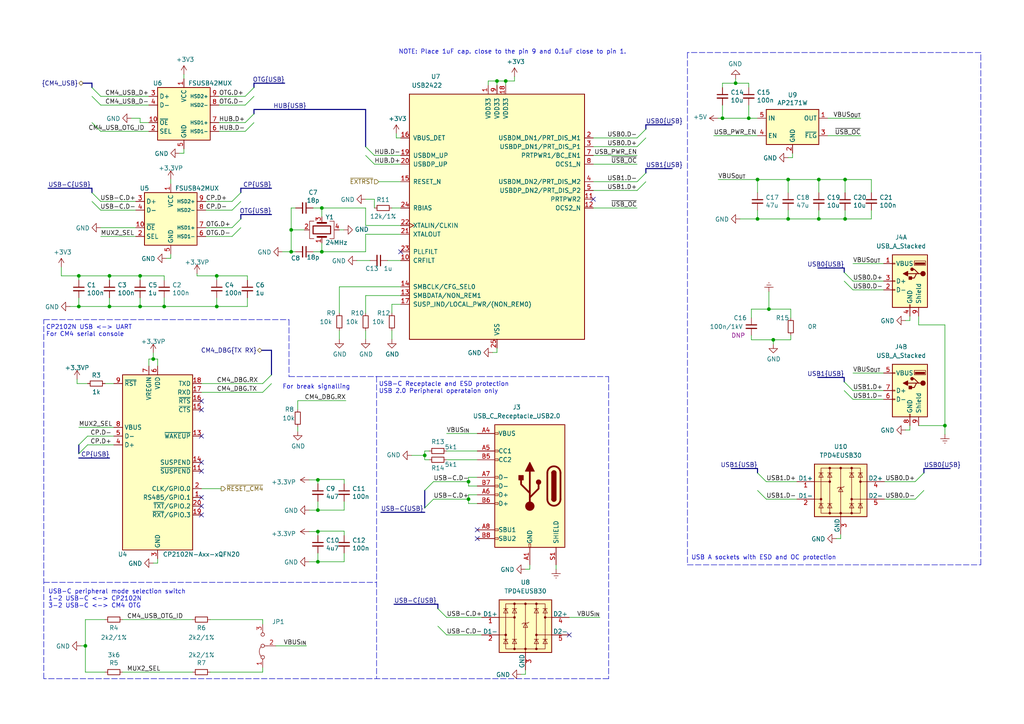
<source format=kicad_sch>
(kicad_sch (version 20210406) (generator eeschema)
  (paper "A4")
  (title_block (title "USB 2.0 host/USB 2.0 device") (date "2021-01-12") (rev "0.1") (company "Nabu Casa") (comment 1 "www.nabucasa.com") (comment 2 "Light Blue"))
  (bus_alias "I2C" (members "SDA" "SCL"))
  (bus_alias "CM4_USB" (members "CM4_USB_D+" "CM4_USB_D-" "CM4_USB_OTG_ID"))
  (bus_alias "USB" (members "D+" "D-"))
  (junction (at 22.86 80.01) (diameter 0.9144))
  (junction (at 22.86 88.9) (diameter 0.9144))
  (junction (at 24.765 187.325) (diameter 0.9144))
  (junction (at 31.75 80.01) (diameter 0.9144))
  (junction (at 31.75 88.9) (diameter 0.9144))
  (junction (at 40.64 80.01) (diameter 0.9144))
  (junction (at 40.64 88.9) (diameter 0.9144))
  (junction (at 44.45 104.14) (diameter 0.9144))
  (junction (at 47.625 88.9) (diameter 0.9144))
  (junction (at 62.865 80.01) (diameter 0.9144))
  (junction (at 62.865 88.9) (diameter 0.9144))
  (junction (at 84.455 66.675) (diameter 0.9144))
  (junction (at 84.455 73.025) (diameter 0.9144))
  (junction (at 92.202 139.192) (diameter 0.9144))
  (junction (at 92.202 147.955) (diameter 0.9144))
  (junction (at 92.202 154.178) (diameter 0.9144))
  (junction (at 92.202 162.941) (diameter 0.9144))
  (junction (at 93.345 60.325) (diameter 0.9144))
  (junction (at 93.345 73.025) (diameter 0.9144))
  (junction (at 123.19 132.08) (diameter 0.9144))
  (junction (at 135.89 139.7) (diameter 0.9144))
  (junction (at 135.89 144.78) (diameter 0.9144))
  (junction (at 144.145 23.495) (diameter 0.9144))
  (junction (at 146.685 23.495) (diameter 0.9144))
  (junction (at 209.55 34.29) (diameter 0.9144))
  (junction (at 213.36 24.13) (diameter 0.9144))
  (junction (at 217.17 34.29) (diameter 0.9144))
  (junction (at 219.71 52.07) (diameter 0.9144))
  (junction (at 219.71 63.5) (diameter 0.9144))
  (junction (at 223.012 89.662) (diameter 0.9144))
  (junction (at 224.282 98.552) (diameter 0.9144))
  (junction (at 228.6 52.07) (diameter 0.9144))
  (junction (at 228.6 63.5) (diameter 0.9144))
  (junction (at 237.49 52.07) (diameter 0.9144))
  (junction (at 237.49 63.5) (diameter 0.9144))
  (junction (at 245.11 52.07) (diameter 0.9144))
  (junction (at 245.11 63.5) (diameter 0.9144))
  (junction (at 274.066 123.444) (diameter 0.9144))
  (no_connect (at 58.42 116.332))
  (no_connect (at 58.42 118.872))
  (no_connect (at 58.42 126.492))
  (no_connect (at 58.42 134.112))
  (no_connect (at 58.42 136.652))
  (no_connect (at 58.42 144.272))
  (no_connect (at 58.42 146.812))
  (no_connect (at 58.42 149.352))
  (no_connect (at 116.205 73.025))
  (no_connect (at 138.43 153.67))
  (no_connect (at 138.43 156.21))
  (no_connect (at 165.1 184.15))
  (no_connect (at 172.085 57.785))
  (bus_entry (at 22.86 129.032) (size 2.54 -2.54) (stroke (width 0.1524)))
  (bus_entry (at 22.86 131.572) (size 2.54 -2.54) (stroke (width 0.1524)))
  (bus_entry (at 26.67 25.4) (size 2.54 2.54) (stroke (width 0.1524)))
  (bus_entry (at 26.67 27.94) (size 2.54 2.54) (stroke (width 0.1524)))
  (bus_entry (at 26.67 35.56) (size 2.54 2.54) (stroke (width 0.1524)))
  (bus_entry (at 26.67 55.88) (size 2.54 2.54) (stroke (width 0.1524)))
  (bus_entry (at 26.67 58.42) (size 2.54 2.54) (stroke (width 0.1524)))
  (bus_entry (at 69.85 55.88) (size -2.54 2.54) (stroke (width 0.1524)))
  (bus_entry (at 69.85 58.42) (size -2.54 2.54) (stroke (width 0.1524)))
  (bus_entry (at 69.85 63.5) (size -2.54 2.54) (stroke (width 0.1524)))
  (bus_entry (at 69.85 66.04) (size -2.54 2.54) (stroke (width 0.1524)))
  (bus_entry (at 73.66 25.4) (size -2.54 2.54) (stroke (width 0.1524)))
  (bus_entry (at 73.66 27.94) (size -2.54 2.54) (stroke (width 0.1524)))
  (bus_entry (at 73.66 33.02) (size -2.54 2.54) (stroke (width 0.1524)))
  (bus_entry (at 73.66 35.56) (size -2.54 2.54) (stroke (width 0.1524)))
  (bus_entry (at 76.2 111.252) (size 2.54 -2.54) (stroke (width 0.1524)))
  (bus_entry (at 76.2 113.792) (size 2.54 -2.54) (stroke (width 0.1524)))
  (bus_entry (at 106.045 42.545) (size 2.54 2.54) (stroke (width 0.1524)))
  (bus_entry (at 106.045 45.085) (size 2.54 2.54) (stroke (width 0.1524)))
  (bus_entry (at 123.19 142.24) (size 2.54 -2.54) (stroke (width 0.1524)))
  (bus_entry (at 123.19 147.32) (size 2.54 -2.54) (stroke (width 0.1524)))
  (bus_entry (at 127 176.53) (size 2.54 2.54) (stroke (width 0.1524)))
  (bus_entry (at 127 181.61) (size 2.54 2.54) (stroke (width 0.1524)))
  (bus_entry (at 184.785 40.005) (size 2.54 -2.54) (stroke (width 0.1524)))
  (bus_entry (at 184.785 42.545) (size 2.54 -2.54) (stroke (width 0.1524)))
  (bus_entry (at 184.785 52.705) (size 2.54 -2.54) (stroke (width 0.1524)))
  (bus_entry (at 184.785 55.245) (size 2.54 -2.54) (stroke (width 0.1524)))
  (bus_entry (at 222.25 139.7) (size -2.54 -2.54) (stroke (width 0.1524)))
  (bus_entry (at 222.25 144.78) (size -2.54 -2.54) (stroke (width 0.1524)))
  (bus_entry (at 247.396 81.534) (size -2.54 -2.54) (stroke (width 0.1524)))
  (bus_entry (at 247.396 84.074) (size -2.54 -2.54) (stroke (width 0.1524)))
  (bus_entry (at 247.396 113.284) (size -2.54 -2.54) (stroke (width 0.1524)))
  (bus_entry (at 247.396 115.824) (size -2.54 -2.54) (stroke (width 0.1524)))
  (bus_entry (at 265.43 139.7) (size 2.54 -2.54) (stroke (width 0.1524)))
  (bus_entry (at 265.43 144.78) (size 2.54 -2.54) (stroke (width 0.1524)))
  (wire (pts (xy 17.78 80.01) (xy 17.78 77.47)))
  (wire (pts (xy 17.78 80.01) (xy 22.86 80.01)))
  (wire (pts (xy 20.32 88.9) (xy 22.86 88.9)))
  (wire (pts (xy 22.352 111.252) (xy 22.352 109.982)))
  (wire (pts (xy 22.86 80.01) (xy 22.86 81.28)))
  (wire (pts (xy 22.86 80.01) (xy 31.75 80.01)))
  (wire (pts (xy 22.86 86.36) (xy 22.86 88.9)))
  (wire (pts (xy 22.86 88.9) (xy 31.75 88.9)))
  (wire (pts (xy 22.86 123.952) (xy 33.02 123.952)))
  (wire (pts (xy 23.495 187.325) (xy 24.765 187.325)))
  (wire (pts (xy 24.765 179.705) (xy 30.48 179.705)))
  (wire (pts (xy 24.765 187.325) (xy 24.765 179.705)))
  (wire (pts (xy 24.765 194.945) (xy 24.765 187.325)))
  (wire (pts (xy 25.4 111.252) (xy 22.352 111.252)))
  (wire (pts (xy 29.21 27.94) (xy 43.18 27.94)))
  (wire (pts (xy 29.21 30.48) (xy 43.18 30.48)))
  (wire (pts (xy 29.21 38.1) (xy 43.18 38.1)))
  (wire (pts (xy 29.21 66.04) (xy 39.37 66.04)))
  (wire (pts (xy 29.21 68.58) (xy 39.37 68.58)))
  (wire (pts (xy 30.48 111.252) (xy 33.02 111.252)))
  (wire (pts (xy 30.48 194.945) (xy 24.765 194.945)))
  (wire (pts (xy 31.75 80.01) (xy 31.75 81.28)))
  (wire (pts (xy 31.75 86.36) (xy 31.75 88.9)))
  (wire (pts (xy 31.75 88.9) (xy 40.64 88.9)))
  (wire (pts (xy 33.02 126.492) (xy 25.4 126.492)))
  (wire (pts (xy 33.02 129.032) (xy 25.4 129.032)))
  (wire (pts (xy 35.56 179.705) (xy 55.88 179.705)))
  (wire (pts (xy 35.56 194.945) (xy 55.88 194.945)))
  (wire (pts (xy 39.37 58.42) (xy 29.21 58.42)))
  (wire (pts (xy 39.37 60.96) (xy 29.21 60.96)))
  (wire (pts (xy 40.64 34.29) (xy 38.1 34.29)))
  (wire (pts (xy 40.64 35.56) (xy 40.64 34.29)))
  (wire (pts (xy 40.64 80.01) (xy 31.75 80.01)))
  (wire (pts (xy 40.64 80.01) (xy 40.64 81.28)))
  (wire (pts (xy 40.64 86.36) (xy 40.64 88.9)))
  (wire (pts (xy 40.64 88.9) (xy 47.625 88.9)))
  (wire (pts (xy 43.18 35.56) (xy 40.64 35.56)))
  (wire (pts (xy 43.18 104.14) (xy 44.45 104.14)))
  (wire (pts (xy 43.18 106.172) (xy 43.18 104.14)))
  (wire (pts (xy 44.45 102.362) (xy 44.45 104.14)))
  (wire (pts (xy 44.45 163.322) (xy 45.72 163.322)))
  (wire (pts (xy 45.72 104.14) (xy 44.45 104.14)))
  (wire (pts (xy 45.72 106.172) (xy 45.72 104.14)))
  (wire (pts (xy 45.72 163.322) (xy 45.72 162.052)))
  (wire (pts (xy 47.625 80.01) (xy 40.64 80.01)))
  (wire (pts (xy 47.625 81.28) (xy 47.625 80.01)))
  (wire (pts (xy 47.625 86.36) (xy 47.625 88.9)))
  (wire (pts (xy 47.625 88.9) (xy 62.865 88.9)))
  (wire (pts (xy 48.26 74.93) (xy 49.53 74.93)))
  (wire (pts (xy 49.53 52.07) (xy 49.53 53.34)))
  (wire (pts (xy 49.53 74.93) (xy 49.53 73.66)))
  (wire (pts (xy 52.07 44.45) (xy 53.34 44.45)))
  (wire (pts (xy 53.34 21.59) (xy 53.34 22.86)))
  (wire (pts (xy 53.34 44.45) (xy 53.34 43.18)))
  (wire (pts (xy 57.15 79.375) (xy 57.15 80.01)))
  (wire (pts (xy 57.15 80.01) (xy 62.865 80.01)))
  (wire (pts (xy 58.42 111.252) (xy 76.2 111.252)))
  (wire (pts (xy 58.42 113.792) (xy 76.2 113.792)))
  (wire (pts (xy 58.42 141.732) (xy 64.135 141.732)))
  (wire (pts (xy 59.69 58.42) (xy 67.31 58.42)))
  (wire (pts (xy 59.69 60.96) (xy 67.31 60.96)))
  (wire (pts (xy 59.69 66.04) (xy 67.31 66.04)))
  (wire (pts (xy 59.69 68.58) (xy 67.31 68.58)))
  (wire (pts (xy 60.96 194.945) (xy 76.2 194.945)))
  (wire (pts (xy 62.865 80.01) (xy 62.865 81.28)))
  (wire (pts (xy 62.865 80.01) (xy 71.755 80.01)))
  (wire (pts (xy 62.865 86.36) (xy 62.865 88.9)))
  (wire (pts (xy 62.865 88.9) (xy 71.755 88.9)))
  (wire (pts (xy 63.5 27.94) (xy 71.12 27.94)))
  (wire (pts (xy 63.5 30.48) (xy 71.12 30.48)))
  (wire (pts (xy 63.5 35.56) (xy 71.12 35.56)))
  (wire (pts (xy 63.5 38.1) (xy 71.12 38.1)))
  (wire (pts (xy 71.755 80.01) (xy 71.755 81.28)))
  (wire (pts (xy 71.755 88.9) (xy 71.755 86.36)))
  (wire (pts (xy 76.2 179.705) (xy 60.96 179.705)))
  (wire (pts (xy 76.2 180.975) (xy 76.2 179.705)))
  (wire (pts (xy 76.2 194.945) (xy 76.2 193.675)))
  (wire (pts (xy 81.915 73.025) (xy 84.455 73.025)))
  (wire (pts (xy 84.455 60.325) (xy 84.455 66.675)))
  (wire (pts (xy 84.455 66.675) (xy 84.455 73.025)))
  (wire (pts (xy 84.455 66.675) (xy 88.265 66.675)))
  (wire (pts (xy 84.455 73.025) (xy 85.725 73.025)))
  (wire (pts (xy 85.725 60.325) (xy 84.455 60.325)))
  (wire (pts (xy 86.36 116.205) (xy 86.36 118.745)))
  (wire (pts (xy 86.36 116.205) (xy 100.33 116.205)))
  (wire (pts (xy 86.36 123.825) (xy 86.36 125.095)))
  (wire (pts (xy 88.9 187.325) (xy 80.01 187.325)))
  (wire (pts (xy 89.662 139.192) (xy 92.202 139.192)))
  (wire (pts (xy 89.662 147.955) (xy 92.202 147.955)))
  (wire (pts (xy 89.662 154.178) (xy 92.202 154.178)))
  (wire (pts (xy 89.662 162.941) (xy 92.202 162.941)))
  (wire (pts (xy 90.805 60.325) (xy 93.345 60.325)))
  (wire (pts (xy 90.805 73.025) (xy 93.345 73.025)))
  (wire (pts (xy 92.202 139.065) (xy 92.202 139.192)))
  (wire (pts (xy 92.202 139.192) (xy 92.202 140.335)))
  (wire (pts (xy 92.202 145.415) (xy 92.202 147.955)))
  (wire (pts (xy 92.202 147.955) (xy 99.822 147.955)))
  (wire (pts (xy 92.202 154.051) (xy 92.202 154.178)))
  (wire (pts (xy 92.202 154.178) (xy 92.202 155.321)))
  (wire (pts (xy 92.202 160.401) (xy 92.202 162.941)))
  (wire (pts (xy 92.202 162.941) (xy 99.822 162.941)))
  (wire (pts (xy 93.345 60.325) (xy 93.345 62.865)))
  (wire (pts (xy 93.345 60.325) (xy 106.045 60.325)))
  (wire (pts (xy 93.345 70.485) (xy 93.345 73.025)))
  (wire (pts (xy 93.345 73.025) (xy 106.045 73.025)))
  (wire (pts (xy 98.425 66.675) (xy 99.695 66.675)))
  (wire (pts (xy 98.425 83.185) (xy 98.425 90.805)))
  (wire (pts (xy 98.425 95.885) (xy 98.425 98.425)))
  (wire (pts (xy 99.822 139.065) (xy 92.202 139.065)))
  (wire (pts (xy 99.822 140.335) (xy 99.822 139.065)))
  (wire (pts (xy 99.822 145.415) (xy 99.822 147.955)))
  (wire (pts (xy 99.822 154.051) (xy 92.202 154.051)))
  (wire (pts (xy 99.822 155.321) (xy 99.822 154.051)))
  (wire (pts (xy 99.822 160.401) (xy 99.822 162.941)))
  (wire (pts (xy 103.505 75.565) (xy 107.315 75.565)))
  (wire (pts (xy 106.045 65.405) (xy 106.045 60.325)))
  (wire (pts (xy 106.045 67.945) (xy 106.045 73.025)))
  (wire (pts (xy 106.045 85.725) (xy 106.045 90.805)))
  (wire (pts (xy 106.045 85.725) (xy 116.205 85.725)))
  (wire (pts (xy 106.045 95.885) (xy 106.045 98.425)))
  (wire (pts (xy 108.585 45.085) (xy 116.205 45.085)))
  (wire (pts (xy 108.585 47.625) (xy 116.205 47.625)))
  (wire (pts (xy 108.585 57.785) (xy 106.045 57.785)))
  (wire (pts (xy 108.585 60.325) (xy 108.585 57.785)))
  (wire (pts (xy 109.855 52.705) (xy 116.205 52.705)))
  (wire (pts (xy 112.395 75.565) (xy 116.205 75.565)))
  (wire (pts (xy 113.665 60.325) (xy 116.205 60.325)))
  (wire (pts (xy 113.665 88.265) (xy 113.665 90.805)))
  (wire (pts (xy 113.665 95.885) (xy 113.665 98.425)))
  (wire (pts (xy 114.935 38.735) (xy 114.935 40.005)))
  (wire (pts (xy 116.205 40.005) (xy 114.935 40.005)))
  (wire (pts (xy 116.205 65.405) (xy 106.045 65.405)))
  (wire (pts (xy 116.205 67.945) (xy 106.045 67.945)))
  (wire (pts (xy 116.205 83.185) (xy 98.425 83.185)))
  (wire (pts (xy 116.205 88.265) (xy 113.665 88.265)))
  (wire (pts (xy 119.38 132.08) (xy 123.19 132.08)))
  (wire (pts (xy 123.19 130.81) (xy 123.19 132.08)))
  (wire (pts (xy 123.19 132.08) (xy 123.19 133.35)))
  (wire (pts (xy 123.19 133.35) (xy 124.46 133.35)))
  (wire (pts (xy 124.46 130.81) (xy 123.19 130.81)))
  (wire (pts (xy 125.73 139.7) (xy 135.89 139.7)))
  (wire (pts (xy 125.73 144.78) (xy 135.89 144.78)))
  (wire (pts (xy 129.54 125.73) (xy 138.43 125.73)))
  (wire (pts (xy 129.54 130.81) (xy 138.43 130.81)))
  (wire (pts (xy 129.54 133.35) (xy 138.43 133.35)))
  (wire (pts (xy 129.54 179.07) (xy 139.7 179.07)))
  (wire (pts (xy 129.54 184.15) (xy 139.7 184.15)))
  (wire (pts (xy 135.89 139.7) (xy 135.89 138.43)))
  (wire (pts (xy 135.89 140.97) (xy 135.89 139.7)))
  (wire (pts (xy 135.89 140.97) (xy 138.43 140.97)))
  (wire (pts (xy 135.89 144.78) (xy 135.89 143.51)))
  (wire (pts (xy 135.89 146.05) (xy 135.89 144.78)))
  (wire (pts (xy 135.89 146.05) (xy 138.43 146.05)))
  (wire (pts (xy 138.43 138.43) (xy 135.89 138.43)))
  (wire (pts (xy 138.43 143.51) (xy 135.89 143.51)))
  (wire (pts (xy 141.605 23.495) (xy 144.145 23.495)))
  (wire (pts (xy 141.605 24.765) (xy 141.605 23.495)))
  (wire (pts (xy 142.875 102.235) (xy 144.145 102.235)))
  (wire (pts (xy 144.145 23.495) (xy 144.145 24.765)))
  (wire (pts (xy 144.145 23.495) (xy 146.685 23.495)))
  (wire (pts (xy 144.145 102.235) (xy 144.145 100.965)))
  (wire (pts (xy 146.685 23.495) (xy 146.685 24.765)))
  (wire (pts (xy 146.685 23.495) (xy 149.225 23.495)))
  (wire (pts (xy 149.225 22.225) (xy 149.225 23.495)))
  (wire (pts (xy 151.13 195.58) (xy 152.4 195.58)))
  (wire (pts (xy 152.4 165.1) (xy 153.67 165.1)))
  (wire (pts (xy 152.4 195.58) (xy 152.4 194.31)))
  (wire (pts (xy 153.67 165.1) (xy 153.67 163.83)))
  (wire (pts (xy 161.29 163.83) (xy 161.29 165.1)))
  (wire (pts (xy 172.085 40.005) (xy 184.785 40.005)))
  (wire (pts (xy 172.085 42.545) (xy 184.785 42.545)))
  (wire (pts (xy 172.085 45.085) (xy 184.785 45.085)))
  (wire (pts (xy 172.085 47.625) (xy 184.785 47.625)))
  (wire (pts (xy 172.085 52.705) (xy 184.785 52.705)))
  (wire (pts (xy 172.085 55.245) (xy 184.785 55.245)))
  (wire (pts (xy 172.085 60.325) (xy 184.785 60.325)))
  (wire (pts (xy 173.99 179.07) (xy 165.1 179.07)))
  (wire (pts (xy 208.28 34.29) (xy 209.55 34.29)))
  (wire (pts (xy 208.28 52.07) (xy 219.71 52.07)))
  (wire (pts (xy 209.55 24.13) (xy 209.55 25.4)))
  (wire (pts (xy 209.55 30.48) (xy 209.55 34.29)))
  (wire (pts (xy 209.55 34.29) (xy 217.17 34.29)))
  (wire (pts (xy 213.36 22.86) (xy 213.36 24.13)))
  (wire (pts (xy 213.36 24.13) (xy 209.55 24.13)))
  (wire (pts (xy 214.63 63.5) (xy 219.71 63.5)))
  (wire (pts (xy 217.17 24.13) (xy 213.36 24.13)))
  (wire (pts (xy 217.17 25.4) (xy 217.17 24.13)))
  (wire (pts (xy 217.17 30.48) (xy 217.17 34.29)))
  (wire (pts (xy 217.17 34.29) (xy 219.71 34.29)))
  (wire (pts (xy 217.932 89.662) (xy 217.932 92.202)))
  (wire (pts (xy 217.932 97.282) (xy 217.932 98.552)))
  (wire (pts (xy 217.932 98.552) (xy 224.282 98.552)))
  (wire (pts (xy 219.71 39.37) (xy 207.01 39.37)))
  (wire (pts (xy 219.71 52.07) (xy 219.71 55.88)))
  (wire (pts (xy 219.71 52.07) (xy 228.6 52.07)))
  (wire (pts (xy 219.71 60.96) (xy 219.71 63.5)))
  (wire (pts (xy 219.71 63.5) (xy 228.6 63.5)))
  (wire (pts (xy 222.25 139.7) (xy 231.14 139.7)))
  (wire (pts (xy 222.25 144.78) (xy 231.14 144.78)))
  (wire (pts (xy 223.012 84.582) (xy 223.012 89.662)))
  (wire (pts (xy 223.012 89.662) (xy 217.932 89.662)))
  (wire (pts (xy 224.282 98.552) (xy 224.282 99.822)))
  (wire (pts (xy 224.282 98.552) (xy 229.362 98.552)))
  (wire (pts (xy 228.6 45.72) (xy 229.87 45.72)))
  (wire (pts (xy 228.6 52.07) (xy 228.6 55.88)))
  (wire (pts (xy 228.6 52.07) (xy 237.49 52.07)))
  (wire (pts (xy 228.6 60.96) (xy 228.6 63.5)))
  (wire (pts (xy 228.6 63.5) (xy 237.49 63.5)))
  (wire (pts (xy 229.362 89.662) (xy 223.012 89.662)))
  (wire (pts (xy 229.362 92.202) (xy 229.362 89.662)))
  (wire (pts (xy 229.362 98.552) (xy 229.362 97.282)))
  (wire (pts (xy 229.87 45.72) (xy 229.87 44.45)))
  (wire (pts (xy 237.49 52.07) (xy 237.49 55.88)))
  (wire (pts (xy 237.49 52.07) (xy 245.11 52.07)))
  (wire (pts (xy 237.49 60.96) (xy 237.49 63.5)))
  (wire (pts (xy 237.49 63.5) (xy 245.11 63.5)))
  (wire (pts (xy 240.03 34.29) (xy 249.682 34.29)))
  (wire (pts (xy 240.03 39.37) (xy 249.682 39.37)))
  (wire (pts (xy 242.57 156.21) (xy 243.84 156.21)))
  (wire (pts (xy 243.84 156.21) (xy 243.84 154.94)))
  (wire (pts (xy 245.11 52.07) (xy 245.11 55.88)))
  (wire (pts (xy 245.11 60.96) (xy 245.11 63.5)))
  (wire (pts (xy 245.11 63.5) (xy 252.73 63.5)))
  (wire (pts (xy 247.396 76.454) (xy 256.286 76.454)))
  (wire (pts (xy 247.396 81.534) (xy 256.286 81.534)))
  (wire (pts (xy 247.396 84.074) (xy 256.286 84.074)))
  (wire (pts (xy 247.396 108.204) (xy 256.286 108.204)))
  (wire (pts (xy 247.396 113.284) (xy 256.286 113.284)))
  (wire (pts (xy 247.396 115.824) (xy 256.286 115.824)))
  (wire (pts (xy 252.73 52.07) (xy 245.11 52.07)))
  (wire (pts (xy 252.73 55.88) (xy 252.73 52.07)))
  (wire (pts (xy 252.73 63.5) (xy 252.73 60.96)))
  (wire (pts (xy 262.636 92.964) (xy 263.906 92.964)))
  (wire (pts (xy 262.636 124.714) (xy 263.906 124.714)))
  (wire (pts (xy 263.906 92.964) (xy 263.906 91.694)))
  (wire (pts (xy 263.906 124.714) (xy 263.906 123.444)))
  (wire (pts (xy 265.43 139.7) (xy 256.54 139.7)))
  (wire (pts (xy 265.43 144.78) (xy 256.54 144.78)))
  (wire (pts (xy 266.446 91.694) (xy 266.446 94.234)))
  (wire (pts (xy 266.446 94.234) (xy 274.066 94.234)))
  (wire (pts (xy 266.446 123.444) (xy 274.066 123.444)))
  (wire (pts (xy 274.066 94.234) (xy 274.066 123.444)))
  (wire (pts (xy 274.066 123.444) (xy 274.066 125.984)))
  (bus (pts (xy 22.86 129.032) (xy 22.86 132.842)))
  (bus (pts (xy 22.86 132.842) (xy 31.75 132.842)))
  (bus (pts (xy 24.13 24.13) (xy 26.67 24.13)))
  (bus (pts (xy 26.67 24.13) (xy 26.67 35.56)))
  (bus (pts (xy 26.67 54.61) (xy 13.97 54.61)))
  (bus (pts (xy 26.67 54.61) (xy 26.67 58.42)))
  (bus (pts (xy 69.85 54.61) (xy 69.85 58.42)))
  (bus (pts (xy 69.85 54.61) (xy 78.74 54.61)))
  (bus (pts (xy 69.85 62.23) (xy 69.85 66.04)))
  (bus (pts (xy 69.85 62.23) (xy 78.74 62.23)))
  (bus (pts (xy 73.66 24.13) (xy 73.66 27.94)))
  (bus (pts (xy 73.66 24.13) (xy 82.55 24.13)))
  (bus (pts (xy 73.66 31.75) (xy 73.66 35.56)))
  (bus (pts (xy 73.66 31.75) (xy 106.045 31.75)))
  (bus (pts (xy 75.946 101.6) (xy 78.74 101.6)))
  (bus (pts (xy 78.74 101.6) (xy 78.74 111.252)))
  (bus (pts (xy 106.045 31.75) (xy 106.045 45.085)))
  (bus (pts (xy 123.19 142.24) (xy 123.19 148.59)))
  (bus (pts (xy 123.19 148.59) (xy 110.49 148.59)))
  (bus (pts (xy 127 175.26) (xy 114.3 175.26)))
  (bus (pts (xy 127 175.26) (xy 127 181.61)))
  (bus (pts (xy 187.325 36.195) (xy 187.325 40.005)))
  (bus (pts (xy 187.325 36.195) (xy 194.945 36.195)))
  (bus (pts (xy 187.325 48.895) (xy 187.325 52.705)))
  (bus (pts (xy 187.325 48.895) (xy 194.945 48.895)))
  (bus (pts (xy 219.71 135.89) (xy 212.09 135.89)))
  (bus (pts (xy 219.71 135.89) (xy 219.71 142.24)))
  (bus (pts (xy 244.856 77.724) (xy 237.236 77.724)))
  (bus (pts (xy 244.856 77.724) (xy 244.856 81.534)))
  (bus (pts (xy 244.856 109.474) (xy 237.236 109.474)))
  (bus (pts (xy 244.856 109.474) (xy 244.856 113.284)))
  (bus (pts (xy 267.97 135.89) (xy 267.97 142.24)))
  (bus (pts (xy 267.97 135.89) (xy 275.59 135.89)))
  (polyline (pts (xy 12.7 92.71) (xy 83.82 92.71)) (stroke (width 0) (type dash)))
  (polyline (pts (xy 12.7 168.91) (xy 109.22 168.91)) (stroke (width 0) (type dash)))
  (polyline (pts (xy 12.7 196.85) (xy 12.7 92.71)) (stroke (width 0) (type dash)))
  (polyline (pts (xy 83.82 92.71) (xy 83.82 109.22)) (stroke (width 0) (type dash)))
  (polyline (pts (xy 83.82 109.22) (xy 109.22 109.22)) (stroke (width 0) (type dash)))
  (polyline (pts (xy 88.9 196.85) (xy 12.7 196.85)) (stroke (width 0) (type dash)))
  (polyline (pts (xy 109.22 109.22) (xy 109.22 196.85)) (stroke (width 0) (type dash)))
  (polyline (pts (xy 109.22 109.22) (xy 176.53 109.22)) (stroke (width 0) (type dash)))
  (polyline (pts (xy 176.53 109.22) (xy 176.53 196.85)) (stroke (width 0) (type dash)))
  (polyline (pts (xy 176.53 196.85) (xy 88.9 196.85)) (stroke (width 0) (type dash)))
  (polyline (pts (xy 199.39 15.24) (xy 199.39 163.83)) (stroke (width 0) (type dash)))
  (polyline (pts (xy 199.39 163.83) (xy 284.48 163.83)) (stroke (width 0) (type dash)))
  (polyline (pts (xy 284.48 15.24) (xy 199.39 15.24)) (stroke (width 0) (type dash)))
  (polyline (pts (xy 284.48 163.83) (xy 284.48 15.24)) (stroke (width 0) (type dash)))
  (text "CP2102N USB <-> UART\nFor CM4 serial console" (at 13.335 97.79 0) (effects (font (size 1.27 1.27)) (justify left bottom)))
  (text "USB-C peripheral mode selection switch\n1-2 USB-C <-> CP2102N\n3-2 USB-C <-> CM4 OTG" (at 13.97 176.53 0) (effects (font (size 1.27 1.27)) (justify left bottom)))
  (text "For break signalling" (at 81.915 113.03 0) (effects (font (size 1.27 1.27)) (justify left bottom)))
  (text "USB-C Receptacle and ESD protection\nUSB 2.0 Peripheral operataion only" (at 109.855 114.3 0) (effects (font (size 1.27 1.27)) (justify left bottom)))
  (text "NOTE: Place 1uF cap. close to the pin 9 and 0.1uF close to pin 1." (at 115.57 15.875 0) (effects (font (size 1.27 1.27)) (justify left bottom)))
  (text "USB A sockets with ESD and OC protection" (at 242.57 162.56 180) (effects (font (size 1.27 1.27)) (justify right bottom)))
  (label "USB-C{USB}" (at 13.97 54.61 0))
  (label "MUX2_SEL" (at 22.86 123.952 0))
  (label "MUX2_SEL" (at 29.21 68.58 0))
  (label "CM4_USB_D+" (at 30.48 27.94 0))
  (label "CM4_USB_D-" (at 30.48 30.48 0))
  (label "CP{USB}" (at 31.75 132.842 180))
  (label "CP.D-" (at 32.385 126.492 180))
  (label "CP.D+" (at 32.385 129.032 180))
  (label "CM4_USB_OTG_ID" (at 36.83 179.705 0))
  (label "MUX2_SEL" (at 36.83 194.945 0))
  (label "USB-C.D+" (at 39.37 58.42 180))
  (label "USB-C.D-" (at 39.37 60.96 180))
  (label "CM4_USB_OTG_ID" (at 41.91 38.1 180))
  (label "CP.D+" (at 59.69 58.42 0))
  (label "CP.D-" (at 59.69 60.96 0))
  (label "OTG.D+" (at 59.69 66.04 0))
  (label "OTG.D-" (at 59.69 68.58 0))
  (label "CM4_DBG.RX" (at 62.865 111.252 0))
  (label "CM4_DBG.TX" (at 62.865 113.792 0))
  (label "OTG.D+" (at 63.5 27.94 0))
  (label "OTG.D-" (at 63.5 30.48 0))
  (label "HUB.D+" (at 63.5 35.56 0))
  (label "HUB.D-" (at 63.5 38.1 0))
  (label "CP{USB}" (at 78.74 54.61 180))
  (label "OTG{USB}" (at 78.74 62.23 180))
  (label "OTG{USB}" (at 82.55 24.13 180))
  (label "HUB{USB}" (at 88.9 31.75 180))
  (label "VBUS_{IN}" (at 88.9 187.325 180))
  (label "CM4_DBG.RX" (at 100.33 116.205 180))
  (label "HUB.D-" (at 108.585 45.085 0))
  (label "HUB.D+" (at 108.585 47.625 0))
  (label "USB-C{USB}" (at 110.49 148.59 0))
  (label "USB-C{USB}" (at 114.3 175.26 0))
  (label "USB-C.D-" (at 125.73 139.7 0))
  (label "USB-C.D+" (at 125.73 144.78 0))
  (label "VBUS_{IN}" (at 129.54 125.73 0))
  (label "USB-C.D+" (at 129.54 179.07 0))
  (label "USB-C.D-" (at 129.54 184.15 0))
  (label "VBUS_{IN}" (at 173.99 179.07 180))
  (label "USB0.D-" (at 184.785 40.005 180))
  (label "USB0.D+" (at 184.785 42.545 180))
  (label "USB_PWR_EN" (at 184.785 45.085 180))
  (label "~USB_OC" (at 184.785 47.625 180))
  (label "USB1.D-" (at 184.785 52.705 180))
  (label "USB1.D+" (at 184.785 55.245 180))
  (label "~USB_OC" (at 184.785 60.325 180))
  (label "USB0{USB}" (at 187.325 36.195 0))
  (label "USB1{USB}" (at 187.325 48.895 0))
  (label "USB_PWR_EN" (at 207.01 39.37 0))
  (label "VBUS_{OUT}" (at 208.28 52.07 0))
  (label "USB1{USB}" (at 219.71 135.89 180))
  (label "USB1.D+" (at 222.25 139.7 0))
  (label "USB1.D-" (at 222.25 144.78 0))
  (label "USB0{USB}" (at 244.856 77.724 180))
  (label "USB1{USB}" (at 244.856 109.474 180))
  (label "VBUS_{OUT}" (at 247.396 76.454 0))
  (label "USB0.D+" (at 247.396 81.534 0))
  (label "USB0.D-" (at 247.396 84.074 0))
  (label "VBUS_{OUT}" (at 247.396 108.204 0))
  (label "USB1.D+" (at 247.396 113.284 0))
  (label "USB1.D-" (at 247.396 115.824 0))
  (label "VBUS_{OUT}" (at 249.682 34.29 180))
  (label "~USB_OC" (at 249.682 39.37 180))
  (label "USB0.D+" (at 265.43 139.7 180))
  (label "USB0.D-" (at 265.43 144.78 180))
  (label "USB0{USB}" (at 267.97 135.89 0))
  (hierarchical_label "{CM4_USB}" (shape bidirectional) (at 24.13 24.13 180))
  (hierarchical_label "~RESET_CM4" (shape output) (at 64.135 141.732 0))
  (hierarchical_label "CM4_DBG{TX RX}" (shape bidirectional) (at 75.946 101.6 180))
  (hierarchical_label "~EXTRST" (shape input) (at 109.855 52.705 180))
  (symbol (lib_id "power:+3V3") (at 17.78 77.47 0) (unit 1)
    (property "Reference" "#PWR018" (effects hide))
    (property "Value" "+3V3" (at 18.1483 73.1456 0))
  )
  (symbol (lib_id "power:+3.3VP") (at 22.352 109.982 0) (unit 1)
    (property "Reference" "#PWR0190" (effects hide))
    (property "Value" "+3.3VP" (at 22.352 106.68 0))
  )
  (symbol (lib_id "power:+3.3VP") (at 44.45 102.362 0) (unit 1)
    (property "Reference" "#PWR0193" (effects hide))
    (property "Value" "+3.3VP" (at 44.45 99.06 0))
  )
  (symbol (lib_id "power:+3.3VP") (at 49.53 52.07 0) (unit 1)
    (property "Reference" "#PWR0194" (effects hide))
    (property "Value" "+3.3VP" (at 49.53 48.768 0))
  )
  (symbol (lib_id "power:+3V3") (at 53.34 21.59 0) (unit 1)
    (property "Reference" "#PWR025" (effects hide))
    (property "Value" "+3V3" (at 53.7083 17.2656 0))
  )
  (symbol (lib_id "power:+3.3VP") (at 57.15 79.375 0) (unit 1)
    (property "Reference" "#PWR0195" (effects hide))
    (property "Value" "+3.3VP" (at 57.15 76.073 0))
  )
  (symbol (lib_id "power:+3.3VP") (at 89.662 139.192 90) (unit 1)
    (property "Reference" "#PWR0191" (effects hide))
    (property "Value" "+3.3VP" (at 85.852 139.8269 90) (effects (justify left)))
  )
  (symbol (lib_id "power:+3.3VP") (at 89.662 154.178 90) (unit 1)
    (property "Reference" "#PWR0192" (effects hide))
    (property "Value" "+3.3VP" (at 85.852 154.8129 90) (effects (justify left)))
  )
  (symbol (lib_id "power:+3V3") (at 114.935 38.735 0) (unit 1)
    (property "Reference" "#PWR038" (effects hide))
    (property "Value" "+3V3" (at 115.3033 34.4106 0))
  )
  (symbol (lib_id "power:+3V3") (at 149.225 22.225 0) (unit 1)
    (property "Reference" "#PWR041" (effects hide))
    (property "Value" "+3V3" (at 149.5933 17.9006 0))
  )
  (symbol (lib_id "power:+5V") (at 208.28 34.29 90) (unit 1)
    (property "Reference" "#PWR045" (effects hide))
    (property "Value" "+5V" (at 205.105 33.9217 90) (effects (justify left)))
  )
  (symbol (lib_id "power:GND") (at 20.32 88.9 270) (unit 1)
    (property "Reference" "#PWR019" (effects hide))
    (property "Value" "GND" (at 17.145 89.0143 90) (effects (justify right)))
  )
  (symbol (lib_id "power:GND") (at 23.495 187.325 270) (unit 1)
    (property "Reference" "#PWR020" (effects hide))
    (property "Value" "GND" (at 20.32 187.4393 90) (effects (justify right)))
  )
  (symbol (lib_id "power:GND") (at 29.21 66.04 270) (unit 1)
    (property "Reference" "#PWR021" (effects hide))
    (property "Value" "GND" (at 26.035 66.1543 90) (effects (justify right)))
  )
  (symbol (lib_id "power:GND") (at 38.1 34.29 270) (unit 1)
    (property "Reference" "#PWR022" (effects hide))
    (property "Value" "GND" (at 34.925 34.4043 90) (effects (justify right)))
  )
  (symbol (lib_id "power:GND") (at 44.45 163.322 270) (unit 1)
    (property "Reference" "#PWR023" (effects hide))
    (property "Value" "GND" (at 41.275 163.4363 90) (effects (justify right)))
  )
  (symbol (lib_id "power:GND") (at 48.26 74.93 270) (unit 1)
    (property "Reference" "#PWR024" (effects hide))
    (property "Value" "GND" (at 45.085 75.0443 90) (effects (justify right)))
  )
  (symbol (lib_id "power:GND") (at 52.07 44.45 270) (unit 1)
    (property "Reference" "#PWR026" (effects hide))
    (property "Value" "GND" (at 48.895 44.5643 90) (effects (justify right)))
  )
  (symbol (lib_id "power:GND") (at 81.915 73.025 270) (unit 1)
    (property "Reference" "#PWR028" (effects hide))
    (property "Value" "GND" (at 78.74 73.1393 90) (effects (justify right)))
  )
  (symbol (lib_id "power:GND") (at 86.36 125.095 0) (unit 1)
    (property "Reference" "#PWR029" (effects hide))
    (property "Value" "GND" (at 86.4743 129.4194 0))
  )
  (symbol (lib_id "power:GND") (at 89.662 147.955 270) (unit 1)
    (property "Reference" "#PWR030" (effects hide))
    (property "Value" "GND" (at 86.487 148.0693 90) (effects (justify right)))
  )
  (symbol (lib_id "power:GND") (at 89.662 162.941 270) (unit 1)
    (property "Reference" "#PWR031" (effects hide))
    (property "Value" "GND" (at 86.487 163.0553 90) (effects (justify right)))
  )
  (symbol (lib_id "power:GND") (at 98.425 98.425 0) (unit 1)
    (property "Reference" "#PWR032" (effects hide))
    (property "Value" "GND" (at 98.5393 102.7494 0))
  )
  (symbol (lib_id "power:GND") (at 99.695 66.675 90) (unit 1)
    (property "Reference" "#PWR033" (effects hide))
    (property "Value" "GND" (at 102.8701 66.5607 90) (effects (justify right)))
  )
  (symbol (lib_id "power:GND") (at 103.505 75.565 270) (unit 1)
    (property "Reference" "#PWR034" (effects hide))
    (property "Value" "GND" (at 100.33 75.6793 90) (effects (justify right)))
  )
  (symbol (lib_id "power:GND") (at 106.045 57.785 270) (unit 1)
    (property "Reference" "#PWR035" (effects hide))
    (property "Value" "GND" (at 102.87 57.8993 90) (effects (justify right)))
  )
  (symbol (lib_id "power:GND") (at 106.045 98.425 0) (unit 1)
    (property "Reference" "#PWR036" (effects hide))
    (property "Value" "GND" (at 106.1593 102.7494 0))
  )
  (symbol (lib_id "power:GND") (at 113.665 98.425 0) (unit 1)
    (property "Reference" "#PWR037" (effects hide))
    (property "Value" "GND" (at 113.7793 102.7494 0))
  )
  (symbol (lib_id "power:GND") (at 119.38 132.08 270) (mirror x) (unit 1)
    (property "Reference" "#PWR039" (effects hide))
    (property "Value" "GND" (at 116.205 131.9657 90) (effects (justify right)))
  )
  (symbol (lib_id "power:GND") (at 142.875 102.235 270) (unit 1)
    (property "Reference" "#PWR040" (effects hide))
    (property "Value" "GND" (at 139.7 102.3493 90) (effects (justify right)))
  )
  (symbol (lib_id "power:GND") (at 151.13 195.58 270) (unit 1)
    (property "Reference" "#PWR042" (effects hide))
    (property "Value" "GND" (at 147.955 195.6943 90) (effects (justify right)))
  )
  (symbol (lib_id "power:GND") (at 152.4 165.1 270) (unit 1)
    (property "Reference" "#PWR043" (effects hide))
    (property "Value" "GND" (at 149.225 165.2143 90) (effects (justify right)))
  )
  (symbol (lib_id "power:Earth") (at 161.29 165.1 0) (unit 1)
    (property "Reference" "#PWR044" (effects hide))
    (property "Value" "Earth" (effects hide))
  )
  (symbol (lib_id "power:GND") (at 213.36 22.86 180) (unit 1)
    (property "Reference" "#PWR046" (effects hide))
    (property "Value" "GND" (at 213.2457 18.5356 0))
  )
  (symbol (lib_id "power:GND") (at 214.63 63.5 270) (unit 1)
    (property "Reference" "#PWR047" (effects hide))
    (property "Value" "GND" (at 211.455 63.6143 90) (effects (justify right)))
  )
  (symbol (lib_id "power:Earth") (at 223.012 84.582 180) (unit 1)
    (property "Reference" "#PWR048" (effects hide))
    (property "Value" "Earth" (effects hide))
  )
  (symbol (lib_id "power:GND") (at 224.282 99.822 0) (unit 1)
    (property "Reference" "#PWR049" (effects hide))
    (property "Value" "GND" (at 224.3963 104.1464 0))
  )
  (symbol (lib_id "power:GND") (at 228.6 45.72 270) (unit 1)
    (property "Reference" "#PWR050" (effects hide))
    (property "Value" "GND" (at 225.425 45.8343 90) (effects (justify right)))
  )
  (symbol (lib_id "power:GND") (at 242.57 156.21 270) (unit 1)
    (property "Reference" "#PWR051" (effects hide))
    (property "Value" "GND" (at 239.395 156.3243 90) (effects (justify right)))
  )
  (symbol (lib_id "power:GND") (at 262.636 92.964 270) (unit 1)
    (property "Reference" "#PWR052" (effects hide))
    (property "Value" "GND" (at 259.461 93.0783 90) (effects (justify right)))
  )
  (symbol (lib_id "power:GND") (at 262.636 124.714 270) (unit 1)
    (property "Reference" "#PWR053" (effects hide))
    (property "Value" "GND" (at 259.461 124.8283 90) (effects (justify right)))
  )
  (symbol (lib_id "power:Earth") (at 274.066 125.984 0) (unit 1)
    (property "Reference" "#PWR054" (effects hide))
    (property "Value" "Earth" (effects hide))
  )
  (symbol (lib_id "Device:R_Small") (at 27.94 111.252 90) (unit 1)
    (property "Reference" "R3" (at 27.94 108.8452 90))
    (property "Value" "1k" (at 27.94 113.684 90))
    (property "Footprint" "Resistor_SMD:R_0402_1005Metric" (effects hide))
  )
  (symbol (lib_id "Device:R_Small") (at 33.02 179.705 270) (unit 1)
    (property "Reference" "R4" (at 33.02 182.1118 90))
    (property "Value" "2k2/1%" (at 33.02 184.893 90))
    (property "Footprint" "Resistor_SMD:R_0402_1005Metric" (effects hide))
  )
  (symbol (lib_id "Device:R_Small") (at 33.02 194.945 270) (unit 1)
    (property "Reference" "R5" (at 33.02 192.2718 90))
    (property "Value" "3k6" (at 33.02 189.973 90))
    (property "Footprint" "Resistor_SMD:R_0402_1005Metric" (effects hide))
  )
  (symbol (lib_id "Device:R_Small") (at 58.42 179.705 270) (unit 1)
    (property "Reference" "R6" (at 58.42 182.1118 90))
    (property "Value" "2k2/1%" (at 58.42 184.893 90))
    (property "Footprint" "Resistor_SMD:R_0402_1005Metric" (effects hide))
  )
  (symbol (lib_id "Device:R_Small") (at 58.42 194.945 270) (unit 1)
    (property "Reference" "R7" (at 58.42 192.2718 90))
    (property "Value" "2k2/1%" (at 58.42 189.973 90))
    (property "Footprint" "Resistor_SMD:R_0402_1005Metric" (effects hide))
  )
  (symbol (lib_id "Device:R_Small") (at 86.36 121.285 180) (unit 1)
    (property "Reference" "R8" (at 83.9532 118.745 0))
    (property "Value" "10k" (at 83.712 121.285 0))
    (property "Footprint" "Resistor_SMD:R_0402_1005Metric" (effects hide))
  )
  (symbol (lib_id "Device:R_Small") (at 98.425 93.345 180) (unit 1)
    (property "Reference" "R9" (at 96.0182 90.805 0))
    (property "Value" "10k" (at 94.507 93.345 0))
    (property "Footprint" "Resistor_SMD:R_0402_1005Metric" (effects hide))
  )
  (symbol (lib_id "Device:R_Small") (at 106.045 93.345 180) (unit 1)
    (property "Reference" "R10" (at 103.6382 90.805 0))
    (property "Value" "10k" (at 102.127 93.345 0))
    (property "Footprint" "Resistor_SMD:R_0402_1005Metric" (effects hide))
  )
  (symbol (lib_id "Device:R_Small") (at 111.125 60.325 90) (unit 1)
    (property "Reference" "R11" (at 111.125 57.9182 90))
    (property "Value" "12k/1%" (at 111.125 62.757 90))
    (property "Footprint" "Resistor_SMD:R_0402_1005Metric" (effects hide))
  )
  (symbol (lib_id "Device:R_Small") (at 113.665 93.345 180) (unit 1)
    (property "Reference" "R12" (at 111.2582 90.805 0))
    (property "Value" "10k" (at 109.747 93.345 0))
    (property "Footprint" "Resistor_SMD:R_0402_1005Metric" (effects hide))
  )
  (symbol (lib_id "Device:R_Small") (at 127 130.81 90) (mirror x) (unit 1)
    (property "Reference" "R13" (at 127 128.1368 90))
    (property "Value" "5k1" (at 130.81 129.648 90))
    (property "Footprint" "Resistor_SMD:R_0402_1005Metric" (effects hide))
  )
  (symbol (lib_id "Device:R_Small") (at 127 133.35 90) (mirror x) (unit 1)
    (property "Reference" "R14" (at 127 135.7568 90))
    (property "Value" "5k1" (at 130.81 134.728 90))
    (property "Footprint" "Resistor_SMD:R_0402_1005Metric" (effects hide))
  )
  (symbol (lib_id "Device:R_Small") (at 229.362 94.742 180) (unit 1)
    (property "Reference" "R15" (at 226.9552 92.202 0))
    (property "Value" "0R" (at 235.604 94.742 0))
    (property "Footprint" "Resistor_SMD:R_1206_3216Metric" (effects hide))
  )
  (symbol (lib_id "Device:C_Small") (at 22.86 83.82 0) (unit 1)
    (property "Reference" "C1" (at 25.1842 82.6706 0) (effects (justify left)))
    (property "Value" "100n" (at 25.184 84.969 0) (effects (justify left)))
    (property "Footprint" "Capacitor_SMD:C_0402_1005Metric" (effects hide))
  )
  (symbol (lib_id "Device:C_Small") (at 31.75 83.82 0) (unit 1)
    (property "Reference" "C3" (at 34.0742 82.6706 0) (effects (justify left)))
    (property "Value" "100n" (at 34.074 84.969 0) (effects (justify left)))
    (property "Footprint" "Capacitor_SMD:C_0402_1005Metric" (effects hide))
  )
  (symbol (lib_id "Device:C_Small") (at 40.64 83.82 0) (unit 1)
    (property "Reference" "C5" (at 42.9642 82.6706 0) (effects (justify left)))
    (property "Value" "1u" (at 42.964 84.969 0) (effects (justify left)))
    (property "Footprint" "Capacitor_SMD:C_0402_1005Metric" (effects hide))
  )
  (symbol (lib_id "Device:C_Small") (at 47.625 83.82 0) (unit 1)
    (property "Reference" "C2" (at 49.9492 82.6706 0) (effects (justify left)))
    (property "Value" "100n" (at 49.949 84.969 0) (effects (justify left)))
    (property "Footprint" "Capacitor_SMD:C_0402_1005Metric" (effects hide))
  )
  (symbol (lib_id "Device:C_Small") (at 62.865 83.82 0) (unit 1)
    (property "Reference" "C4" (at 65.1892 82.6706 0) (effects (justify left)))
    (property "Value" "100n" (at 65.189 84.969 0) (effects (justify left)))
    (property "Footprint" "Capacitor_SMD:C_0402_1005Metric" (effects hide))
  )
  (symbol (lib_id "Device:C_Small") (at 71.755 83.82 0) (unit 1)
    (property "Reference" "C6" (at 74.0792 82.6706 0) (effects (justify left)))
    (property "Value" "1u" (at 74.079 84.969 0) (effects (justify left)))
    (property "Footprint" "Capacitor_SMD:C_0402_1005Metric" (effects hide))
  )
  (symbol (lib_id "Device:C_Small") (at 88.265 60.325 270) (unit 1)
    (property "Reference" "C7" (at 90.805 55.8227 90))
    (property "Value" "18p" (at 90.805 58.121 90))
    (property "Footprint" "Capacitor_SMD:C_0402_1005Metric" (effects hide))
  )
  (symbol (lib_id "Device:C_Small") (at 88.265 73.025 270) (unit 1)
    (property "Reference" "C8" (at 85.725 74.8727 90))
    (property "Value" "18p" (at 90.805 74.631 90))
    (property "Footprint" "Capacitor_SMD:C_0402_1005Metric" (effects hide))
  )
  (symbol (lib_id "Device:C_Small") (at 92.202 142.875 0) (unit 1)
    (property "Reference" "C9" (at 94.5262 141.7256 0) (effects (justify left)))
    (property "Value" "4u7" (at 94.526 144.024 0) (effects (justify left)))
    (property "Footprint" "Capacitor_SMD:C_0402_1005Metric" (effects hide))
  )
  (symbol (lib_id "Device:C_Small") (at 92.202 157.861 0) (unit 1)
    (property "Reference" "C10" (at 94.5262 156.7116 0) (effects (justify left)))
    (property "Value" "4u7" (at 94.526 159.01 0) (effects (justify left)))
    (property "Footprint" "Capacitor_SMD:C_0402_1005Metric" (effects hide))
  )
  (symbol (lib_id "Device:C_Small") (at 99.822 142.875 0) (unit 1)
    (property "Reference" "C11" (at 102.1462 141.7256 0) (effects (justify left)))
    (property "Value" "100n" (at 102.146 144.024 0) (effects (justify left)))
    (property "Footprint" "Capacitor_SMD:C_0402_1005Metric" (effects hide))
  )
  (symbol (lib_id "Device:C_Small") (at 99.822 157.861 0) (unit 1)
    (property "Reference" "C12" (at 102.1462 156.7116 0) (effects (justify left)))
    (property "Value" "100n" (at 102.146 159.01 0) (effects (justify left)))
    (property "Footprint" "Capacitor_SMD:C_0402_1005Metric" (effects hide))
  )
  (symbol (lib_id "Device:C_Small") (at 109.855 75.565 270) (unit 1)
    (property "Reference" "C13" (at 105.9244 77.8892 90) (effects (justify left)))
    (property "Value" "1u" (at 111.246 77.889 90) (effects (justify left)))
    (property "Footprint" "Capacitor_SMD:C_0402_1005Metric" (effects hide))
  )
  (symbol (lib_id "Device:C_Small") (at 209.55 27.94 0) (unit 1)
    (property "Reference" "C14" (at 211.8742 26.7906 0) (effects (justify left)))
    (property "Value" "10u" (at 211.874 29.089 0) (effects (justify left)))
    (property "Footprint" "Capacitor_SMD:C_0805_2012Metric" (effects hide))
  )
  (symbol (lib_id "Device:C_Small") (at 217.17 27.94 0) (unit 1)
    (property "Reference" "C15" (at 219.4942 26.7906 0) (effects (justify left)))
    (property "Value" "100n" (at 219.494 29.089 0) (effects (justify left)))
    (property "Footprint" "Capacitor_SMD:C_0402_1005Metric" (effects hide))
  )
  (symbol (lib_id "Device:C_Small") (at 217.932 94.742 0) (unit 1)
    (property "Reference" "C16" (at 214.6997 92.202 0))
    (property "Value" "100n/1kV" (at 210.648 94.742 0))
    (property "Footprint" "Capacitor_SMD:C_1206_3216Metric" (effects hide))
    (property "Config" "DNP" (at 214.122 97.282 0))
  )
  (symbol (lib_id "Device:C_Small") (at 219.71 58.42 0) (unit 1)
    (property "Reference" "C17" (at 222.0342 57.2706 0) (effects (justify left)))
    (property "Value" "47u" (at 222.034 59.569 0) (effects (justify left)))
    (property "Footprint" "Capacitor_SMD:C_0805_2012Metric" (effects hide))
  )
  (symbol (lib_id "Device:C_Small") (at 228.6 58.42 0) (unit 1)
    (property "Reference" "C18" (at 230.9242 57.2706 0) (effects (justify left)))
    (property "Value" "47u" (at 230.924 59.569 0) (effects (justify left)))
    (property "Footprint" "Capacitor_SMD:C_0805_2012Metric" (effects hide))
  )
  (symbol (lib_id "Device:C_Small") (at 237.49 58.42 0) (unit 1)
    (property "Reference" "C19" (at 239.8142 57.2706 0) (effects (justify left)))
    (property "Value" "10u" (at 239.814 59.569 0) (effects (justify left)))
    (property "Footprint" "Capacitor_SMD:C_0805_2012Metric" (effects hide))
  )
  (symbol (lib_id "Device:C_Small") (at 245.11 58.42 0) (unit 1)
    (property "Reference" "C20" (at 247.4342 57.2706 0) (effects (justify left)))
    (property "Value" "10u" (at 247.434 59.569 0) (effects (justify left)))
    (property "Footprint" "Capacitor_SMD:C_0805_2012Metric" (effects hide))
  )
  (symbol (lib_id "Device:C_Small") (at 252.73 58.42 0) (unit 1)
    (property "Reference" "C21" (at 255.0542 57.2706 0) (effects (justify left)))
    (property "Value" "100n" (at 255.054 59.569 0) (effects (justify left)))
    (property "Footprint" "Capacitor_SMD:C_0402_1005Metric" (effects hide))
  )
  (symbol (lib_id "Jumper:Jumper_3_Bridged12") (at 76.2 187.325 90) (unit 1)
    (property "Reference" "JP1" (at 82.55 180.3399 90) (effects (justify left)))
    (property "Value" "JP_USB_DEVICE_SEL" (effects hide))
    (property "Footprint" "Connector_PinHeader_2.54mm:PinHeader_1x03_P2.54mm_Vertical" (effects hide))
    (property "Manufacturer" "Adam Tech" (effects hide))
    (property "PartNumber" "PH1-03-UA" (effects hide))
  )
  (symbol (lib_id "Device:Crystal_GND24") (at 93.345 66.675 90) (unit 1)
    (property "Reference" "Y1" (at 94.3611 62.9856 90) (effects (justify right)))
    (property "Value" "24MHz" (at 94.361 70.364 90) (effects (justify right)))
    (property "Footprint" "Crystal:Crystal_SMD_3225-4Pin_3.2x2.5mm" (effects hide))
    (property "Manufacturer" "Epson" (effects hide))
    (property "PartNumber" "FA-238 24.0000MD30X-W5" (effects hide))
  )
  (symbol (lib_name "LightBlue:USB_A_Stacked_1") (lib_id "LightBlue:USB_A_Stacked") (at 263.906 81.534 0) (mirror y) (unit 1)
    (property "Reference" "J4" (at 261.366 68.834 0))
    (property "Value" "USB_A_Stacked" (at 261.366 71.374 0))
    (property "Footprint" "Connector_USB:USB_A_Wuerth_61400826021_Horizontal_Stacked" (effects hide))
    (property "Datasheet" " ~" (effects hide))
    (property "Manufacturer" "Molex" (effects hide))
    (property "PartNumber" "67298-4090" (effects hide))
  )
  (symbol (lib_id "LightBlue:USB_A_Stacked") (at 263.906 113.284 0) (mirror y) (unit 2)
    (property "Reference" "J4" (at 261.366 100.584 0))
    (property "Value" "USB_A_Stacked" (at 261.366 103.124 0))
    (property "Footprint" "Connector_USB:USB_A_Wuerth_61400826021_Horizontal_Stacked" (effects hide))
    (property "Datasheet" " ~" (effects hide))
    (property "Manufacturer" "Molex" (effects hide))
    (property "PartNumber" "67298-4090" (effects hide))
  )
  (symbol (lib_id "Power_Management:AP2171W") (at 229.87 36.83 0) (unit 1)
    (property "Reference" "U9" (at 229.87 27.5398 0))
    (property "Value" "AP2171W" (at 229.87 29.8385 0))
    (property "Footprint" "Package_TO_SOT_SMD:SOT-23-5" (effects hide))
    (property "Datasheet" "https://www.diodes.com/assets/Datasheets/AP2161.pdf" (effects hide))
    (property "Manufacturer" "Diodes Incorporated" (effects hide))
    (property "PartNumber" "AP2171WG-7" (effects hide))
  )
  (symbol (lib_id "Interface_USB:FSUSB42MUX") (at 49.53 63.5 0) (unit 1)
    (property "Reference" "U5" (at 41.91 54.61 0))
    (property "Value" "FSUSB42MUX" (at 57.15 54.61 0))
    (property "Footprint" "Package_SO:MSOP-10_3x3mm_P0.5mm" (effects hide))
    (property "Datasheet" "https://www.onsemi.com/pub/Collateral/FSUSB42-D.PDF" (effects hide))
    (property "Manufacturer" "ON Semiconductor" (effects hide))
    (property "PartNumber" "FSUSB42MUXCT" (effects hide))
  )
  (symbol (lib_id "Interface_USB:FSUSB42MUX") (at 53.34 33.02 0) (unit 1)
    (property "Reference" "U6" (at 45.72 24.13 0))
    (property "Value" "FSUSB42MUX" (at 60.96 24.13 0))
    (property "Footprint" "Package_SO:MSOP-10_3x3mm_P0.5mm" (effects hide))
    (property "Datasheet" "https://www.onsemi.com/pub/Collateral/FSUSB42-D.PDF" (effects hide))
    (property "Manufacturer" "ON Semiconductor" (effects hide))
    (property "PartNumber" "FSUSB42MUXCT" (effects hide))
  )
  (symbol (lib_name "LightBlue:TPD4EUSB30_1") (lib_id "LightBlue:TPD4EUSB30") (at 152.4 181.61 0) (unit 1)
    (property "Reference" "U8" (at 152.4 168.91 0))
    (property "Value" "TPD4EUSB30" (at 152.4 171.45 0))
    (property "Footprint" "Package_SON:USON-10_2.5x1.0mm_P0.5mm" (effects hide))
    (property "Datasheet" "http://www.ti.com/lit/ds/symlink/tpd2eusb30a.pdf" (effects hide))
    (property "Manufacturer" "Texas Instruments" (effects hide))
    (property "PartNumber" "TPD4EUSB30DQAR" (effects hide))
  )
  (symbol (lib_id "LightBlue:TPD4EUSB30") (at 243.84 142.24 0) (unit 1)
    (property "Reference" "U10" (at 243.84 129.54 0))
    (property "Value" "TPD4EUSB30" (at 243.84 132.08 0))
    (property "Footprint" "Package_SON:USON-10_2.5x1.0mm_P0.5mm" (effects hide))
    (property "Datasheet" "http://www.ti.com/lit/ds/symlink/tpd2eusb30a.pdf" (effects hide))
    (property "Manufacturer" "Texas Instruments" (effects hide))
    (property "PartNumber" "TPD4EUSB30DQAR" (effects hide))
  )
  (symbol (lib_id "Connector:USB_C_Receptacle_USB2.0") (at 153.67 140.97 0) (mirror y) (unit 1)
    (property "Reference" "J3" (at 149.86 118.11 0))
    (property "Value" "USB_C_Receptacle_USB2.0" (at 149.86 120.65 0))
    (property "Footprint" "Connector_USB:USB_C_Receptacle_HRO_TYPE-C-31-M-12" (effects hide))
    (property "Datasheet" "https://www.usb.org/sites/default/files/documents/usb_type-c.zip" (effects hide))
    (property "Manufacturer" "HRO" (effects hide))
    (property "PartNumber" "TYPE-C-31-M-12" (effects hide))
  )
  (symbol (lib_id "Interface_USB:CP2102N-Axx-xQFN20") (at 45.72 134.112 0) (unit 1)
    (property "Reference" "U4" (at 35.56 160.782 0))
    (property "Value" "CP2102N-Axx-xQFN20" (at 58.42 160.782 0))
    (property "Footprint" "Package_DFN_QFN:SiliconLabs_QFN-20-1EP_3x3mm_P0.5mm_EP1.8x1.8mm" (effects hide))
    (property "Datasheet" "https://www.silabs.com/documents/public/data-sheets/cp2102n-datasheet.pdf" (effects hide))
    (property "Manufacturer" "Silicon Laboratories" (effects hide))
    (property "PartNumber" "CP2102N-A02-GQFN20" (effects hide))
  )
  (symbol (lib_id "LightBlue:USB2422") (at 144.145 62.865 0) (unit 1)
    (property "Reference" "U7" (at 126.365 22.225 0))
    (property "Value" "USB2422" (at 123.825 24.765 0))
    (property "Footprint" "Package_DFN_QFN:QFN-24-1EP_4x4mm_P0.5mm_EP2.6x2.6mm" (effects hide))
    (property "Datasheet" "http://ww1.microchip.com/downloads/en/DeviceDoc/00001692C.pdf" (effects hide))
    (property "Manufacturer" "Microchip" (effects hide))
    (property "PartNumber" "USB2422/MJ" (effects hide))
  )
)
</source>
